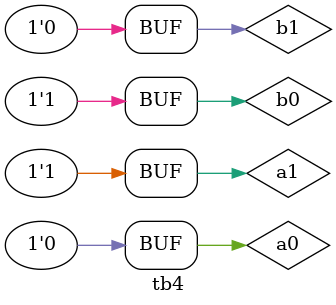
<source format=v>
`timescale 1ns/1ns
`include "mul2.v"
`include "halfadd.v"

module tb4();
reg a1,a0,b1,b0;
wire p3,p2,p1,p0;

mul2 dut(a1,a0,b1,b0,p3,p2,p1,p0);

initial begin
    $dumpfile("tb4.vcd");
    $dumpvars(0,tb4);

    a1=0;a0=0; b1=0;b0=0; #10;
    a1=0;a0=1; b1=1;b0=0; #10;
    a1=1;a0=1; b1=1;b0=1; #10;
    a1=1;a0=0; b1=0;b0=1; #10;

    $display("Test complete");
end
endmodule

</source>
